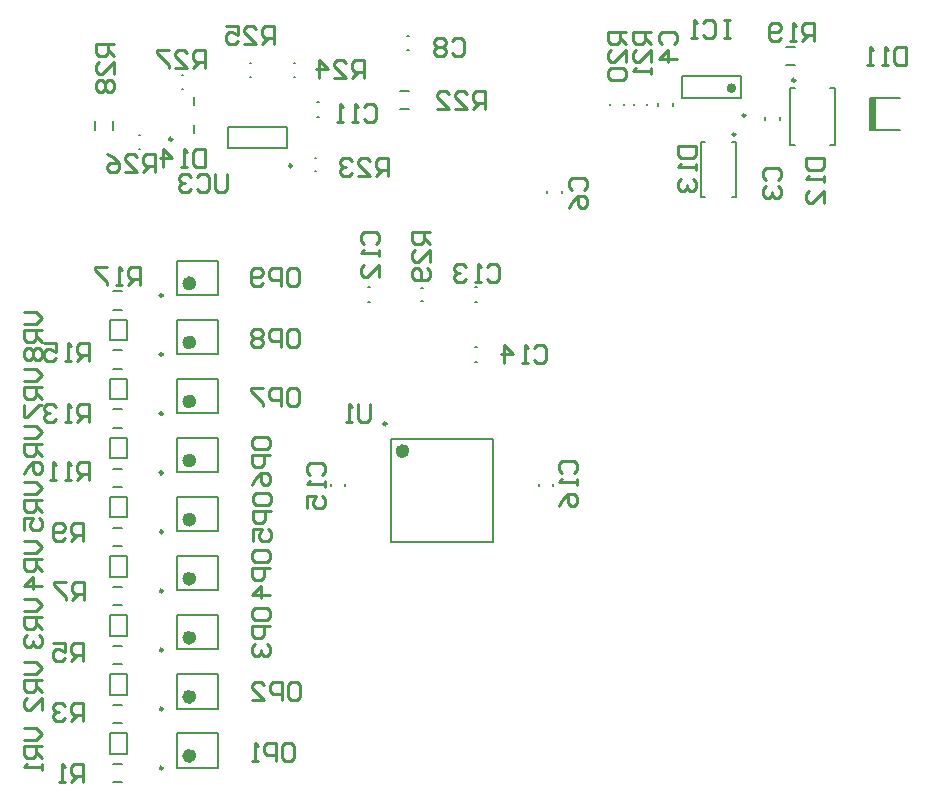
<source format=gbo>
%FSLAX24Y24*%
%MOIN*%
G70*
G01*
G75*
G04 Layer_Color=32896*
%ADD10R,0.0413X0.0571*%
%ADD11O,0.0906X0.0236*%
%ADD12R,0.0571X0.0413*%
%ADD13R,0.0827X0.0846*%
%ADD14R,0.0433X0.0532*%
%ADD15C,0.0197*%
%ADD16C,0.0394*%
%ADD17C,0.0295*%
%ADD18C,0.0591*%
%ADD19C,0.0709*%
%ADD20C,0.1181*%
%ADD21C,0.0669*%
G04:AMPARAMS|DCode=22|XSize=78.7mil|YSize=78.7mil|CornerRadius=19.7mil|HoleSize=0mil|Usage=FLASHONLY|Rotation=270.000|XOffset=0mil|YOffset=0mil|HoleType=Round|Shape=RoundedRectangle|*
%AMROUNDEDRECTD22*
21,1,0.0787,0.0394,0,0,270.0*
21,1,0.0394,0.0787,0,0,270.0*
1,1,0.0394,-0.0197,-0.0197*
1,1,0.0394,-0.0197,0.0197*
1,1,0.0394,0.0197,0.0197*
1,1,0.0394,0.0197,-0.0197*
%
%ADD22ROUNDEDRECTD22*%
%ADD23C,0.0787*%
G04:AMPARAMS|DCode=24|XSize=70.9mil|YSize=70.9mil|CornerRadius=17.7mil|HoleSize=0mil|Usage=FLASHONLY|Rotation=0.000|XOffset=0mil|YOffset=0mil|HoleType=Round|Shape=RoundedRectangle|*
%AMROUNDEDRECTD24*
21,1,0.0709,0.0354,0,0,0.0*
21,1,0.0354,0.0709,0,0,0.0*
1,1,0.0354,0.0177,-0.0177*
1,1,0.0354,-0.0177,-0.0177*
1,1,0.0354,-0.0177,0.0177*
1,1,0.0354,0.0177,0.0177*
%
%ADD24ROUNDEDRECTD24*%
G04:AMPARAMS|DCode=25|XSize=70.9mil|YSize=70.9mil|CornerRadius=17.7mil|HoleSize=0mil|Usage=FLASHONLY|Rotation=270.000|XOffset=0mil|YOffset=0mil|HoleType=Round|Shape=RoundedRectangle|*
%AMROUNDEDRECTD25*
21,1,0.0709,0.0354,0,0,270.0*
21,1,0.0354,0.0709,0,0,270.0*
1,1,0.0354,-0.0177,-0.0177*
1,1,0.0354,-0.0177,0.0177*
1,1,0.0354,0.0177,0.0177*
1,1,0.0354,0.0177,-0.0177*
%
%ADD25ROUNDEDRECTD25*%
%ADD26C,0.0591*%
%ADD27O,0.0787X0.0630*%
%ADD28C,0.0630*%
G04:AMPARAMS|DCode=29|XSize=63mil|YSize=63mil|CornerRadius=15.7mil|HoleSize=0mil|Usage=FLASHONLY|Rotation=180.000|XOffset=0mil|YOffset=0mil|HoleType=Round|Shape=RoundedRectangle|*
%AMROUNDEDRECTD29*
21,1,0.0630,0.0315,0,0,180.0*
21,1,0.0315,0.0630,0,0,180.0*
1,1,0.0315,-0.0157,0.0157*
1,1,0.0315,0.0157,0.0157*
1,1,0.0315,0.0157,-0.0157*
1,1,0.0315,-0.0157,-0.0157*
%
%ADD29ROUNDEDRECTD29*%
%ADD30C,0.0512*%
%ADD31R,0.0512X0.1122*%
%ADD32R,0.0846X0.0827*%
%ADD33R,0.0492X0.0689*%
%ADD34R,0.0236X0.0866*%
%ADD35R,0.0610X0.0787*%
%ADD36R,0.0532X0.0433*%
%ADD37O,0.0217X0.0689*%
%ADD38O,0.0689X0.0217*%
%ADD39R,0.0768X0.0354*%
%ADD40R,0.0413X0.0768*%
%ADD41O,0.0236X0.0866*%
%ADD42R,0.0433X0.0354*%
%ADD43R,0.0689X0.0492*%
%ADD44C,0.0118*%
%ADD45C,0.0236*%
%ADD46C,0.0138*%
%ADD47C,0.0100*%
%ADD48C,0.0098*%
%ADD49C,0.0050*%
%ADD50C,0.0079*%
%ADD51R,0.0493X0.0651*%
%ADD52O,0.0986X0.0316*%
%ADD53R,0.0651X0.0493*%
%ADD54R,0.0907X0.0926*%
%ADD55R,0.0513X0.0612*%
%ADD56C,0.0789*%
%ADD57C,0.1261*%
%ADD58C,0.0749*%
G04:AMPARAMS|DCode=59|XSize=86.7mil|YSize=86.7mil|CornerRadius=23.7mil|HoleSize=0mil|Usage=FLASHONLY|Rotation=270.000|XOffset=0mil|YOffset=0mil|HoleType=Round|Shape=RoundedRectangle|*
%AMROUNDEDRECTD59*
21,1,0.0867,0.0394,0,0,270.0*
21,1,0.0394,0.0867,0,0,270.0*
1,1,0.0474,-0.0197,-0.0197*
1,1,0.0474,-0.0197,0.0197*
1,1,0.0474,0.0197,0.0197*
1,1,0.0474,0.0197,-0.0197*
%
%ADD59ROUNDEDRECTD59*%
%ADD60C,0.0867*%
G04:AMPARAMS|DCode=61|XSize=78.9mil|YSize=78.9mil|CornerRadius=21.7mil|HoleSize=0mil|Usage=FLASHONLY|Rotation=0.000|XOffset=0mil|YOffset=0mil|HoleType=Round|Shape=RoundedRectangle|*
%AMROUNDEDRECTD61*
21,1,0.0789,0.0354,0,0,0.0*
21,1,0.0354,0.0789,0,0,0.0*
1,1,0.0434,0.0177,-0.0177*
1,1,0.0434,-0.0177,-0.0177*
1,1,0.0434,-0.0177,0.0177*
1,1,0.0434,0.0177,0.0177*
%
%ADD61ROUNDEDRECTD61*%
G04:AMPARAMS|DCode=62|XSize=78.9mil|YSize=78.9mil|CornerRadius=21.7mil|HoleSize=0mil|Usage=FLASHONLY|Rotation=270.000|XOffset=0mil|YOffset=0mil|HoleType=Round|Shape=RoundedRectangle|*
%AMROUNDEDRECTD62*
21,1,0.0789,0.0354,0,0,270.0*
21,1,0.0354,0.0789,0,0,270.0*
1,1,0.0434,-0.0177,-0.0177*
1,1,0.0434,-0.0177,0.0177*
1,1,0.0434,0.0177,0.0177*
1,1,0.0434,0.0177,-0.0177*
%
%ADD62ROUNDEDRECTD62*%
%ADD63C,0.0671*%
%ADD64O,0.0867X0.0710*%
%ADD65C,0.0710*%
G04:AMPARAMS|DCode=66|XSize=71mil|YSize=71mil|CornerRadius=19.7mil|HoleSize=0mil|Usage=FLASHONLY|Rotation=180.000|XOffset=0mil|YOffset=0mil|HoleType=Round|Shape=RoundedRectangle|*
%AMROUNDEDRECTD66*
21,1,0.0710,0.0315,0,0,180.0*
21,1,0.0315,0.0710,0,0,180.0*
1,1,0.0395,-0.0157,0.0157*
1,1,0.0395,0.0157,0.0157*
1,1,0.0395,0.0157,-0.0157*
1,1,0.0395,-0.0157,-0.0157*
%
%ADD66ROUNDEDRECTD66*%
%ADD67R,0.0592X0.1202*%
%ADD68R,0.0926X0.0907*%
%ADD69R,0.0572X0.0769*%
%ADD70R,0.0316X0.0946*%
%ADD71R,0.0690X0.0867*%
%ADD72R,0.0612X0.0513*%
%ADD73O,0.0297X0.0769*%
%ADD74O,0.0769X0.0297*%
%ADD75R,0.0848X0.0434*%
%ADD76R,0.0493X0.0848*%
%ADD77O,0.0316X0.0946*%
%ADD78R,0.0513X0.0434*%
%ADD79R,0.0769X0.0572*%
%ADD80C,0.0157*%
%ADD81R,0.0217X0.1043*%
D45*
X23169Y21988D02*
G03*
X23169Y21988I-118J0D01*
G01*
X16063Y27579D02*
G03*
X16063Y27579I-118J0D01*
G01*
Y25610D02*
G03*
X16063Y25610I-118J0D01*
G01*
Y23642D02*
G03*
X16063Y23642I-118J0D01*
G01*
Y21673D02*
G03*
X16063Y21673I-118J0D01*
G01*
Y19705D02*
G03*
X16063Y19705I-118J0D01*
G01*
Y17736D02*
G03*
X16063Y17736I-118J0D01*
G01*
Y15768D02*
G03*
X16063Y15768I-118J0D01*
G01*
Y13799D02*
G03*
X16063Y13799I-118J0D01*
G01*
Y11831D02*
G03*
X16063Y11831I-118J0D01*
G01*
D47*
X10424Y26614D02*
X10824D01*
X11024Y26414D01*
X10824Y26214D01*
X10424D01*
X11024Y26014D02*
X10424D01*
Y25714D01*
X10524Y25615D01*
X10724D01*
X10824Y25714D01*
Y26014D01*
Y25814D02*
X11024Y25615D01*
X10524Y25415D02*
X10424Y25315D01*
Y25115D01*
X10524Y25015D01*
X10624D01*
X10724Y25115D01*
X10824Y25015D01*
X10924D01*
X11024Y25115D01*
Y25315D01*
X10924Y25415D01*
X10824D01*
X10724Y25315D01*
X10624Y25415D01*
X10524D01*
X10724Y25315D02*
Y25115D01*
X10424Y24724D02*
X10824D01*
X11024Y24524D01*
X10824Y24325D01*
X10424D01*
X11024Y24125D02*
X10424D01*
Y23825D01*
X10524Y23725D01*
X10724D01*
X10824Y23825D01*
Y24125D01*
Y23925D02*
X11024Y23725D01*
X10424Y23525D02*
Y23125D01*
X10524D01*
X10924Y23525D01*
X11024D01*
X10424Y22835D02*
X10824D01*
X11024Y22635D01*
X10824Y22435D01*
X10424D01*
X11024Y22235D02*
X10424D01*
Y21935D01*
X10524Y21835D01*
X10724D01*
X10824Y21935D01*
Y22235D01*
Y22035D02*
X11024Y21835D01*
X10424Y21235D02*
X10524Y21435D01*
X10724Y21635D01*
X10924D01*
X11024Y21535D01*
Y21335D01*
X10924Y21235D01*
X10824D01*
X10724Y21335D01*
Y21635D01*
X10424Y20945D02*
X10824D01*
X11024Y20745D01*
X10824Y20545D01*
X10424D01*
X11024Y20345D02*
X10424D01*
Y20045D01*
X10524Y19945D01*
X10724D01*
X10824Y20045D01*
Y20345D01*
Y20145D02*
X11024Y19945D01*
X10424Y19345D02*
Y19745D01*
X10724D01*
X10624Y19545D01*
Y19445D01*
X10724Y19345D01*
X10924D01*
X11024Y19445D01*
Y19645D01*
X10924Y19745D01*
X10424Y18976D02*
X10824D01*
X11024Y18776D01*
X10824Y18577D01*
X10424D01*
X11024Y18377D02*
X10424D01*
Y18077D01*
X10524Y17977D01*
X10724D01*
X10824Y18077D01*
Y18377D01*
Y18177D02*
X11024Y17977D01*
Y17477D02*
X10424D01*
X10724Y17777D01*
Y17377D01*
X10424Y17047D02*
X10824D01*
X11024Y16847D01*
X10824Y16647D01*
X10424D01*
X11024Y16447D02*
X10424D01*
Y16148D01*
X10524Y16048D01*
X10724D01*
X10824Y16148D01*
Y16447D01*
Y16248D02*
X11024Y16048D01*
X10524Y15848D02*
X10424Y15748D01*
Y15548D01*
X10524Y15448D01*
X10624D01*
X10724Y15548D01*
Y15648D01*
Y15548D01*
X10824Y15448D01*
X10924D01*
X11024Y15548D01*
Y15748D01*
X10924Y15848D01*
X10424Y14961D02*
X10824D01*
X11024Y14761D01*
X10824Y14561D01*
X10424D01*
X11024Y14361D02*
X10424D01*
Y14061D01*
X10524Y13961D01*
X10724D01*
X10824Y14061D01*
Y14361D01*
Y14161D02*
X11024Y13961D01*
Y13361D02*
Y13761D01*
X10624Y13361D01*
X10524D01*
X10424Y13461D01*
Y13661D01*
X10524Y13761D01*
X10424Y12756D02*
X10824D01*
X11024Y12556D01*
X10824Y12356D01*
X10424D01*
X11024Y12156D02*
X10424D01*
Y11856D01*
X10524Y11756D01*
X10724D01*
X10824Y11856D01*
Y12156D01*
Y11956D02*
X11024Y11756D01*
Y11556D02*
Y11356D01*
Y11456D01*
X10424D01*
X10524Y11556D01*
X17205Y31230D02*
Y30730D01*
X17105Y30630D01*
X16905D01*
X16805Y30730D01*
Y31230D01*
X16205Y31130D02*
X16305Y31230D01*
X16505D01*
X16605Y31130D01*
Y30730D01*
X16505Y30630D01*
X16305D01*
X16205Y30730D01*
X16005Y31130D02*
X15905Y31230D01*
X15705D01*
X15605Y31130D01*
Y31030D01*
X15705Y30930D01*
X15805D01*
X15705D01*
X15605Y30830D01*
Y30730D01*
X15705Y30630D01*
X15905D01*
X16005Y30730D01*
X21969Y23553D02*
Y23053D01*
X21869Y22953D01*
X21669D01*
X21569Y23053D01*
Y23553D01*
X21369Y22953D02*
X21169D01*
X21269D01*
Y23553D01*
X21369Y23453D01*
X23976Y29291D02*
X23377D01*
Y28991D01*
X23477Y28891D01*
X23676D01*
X23776Y28991D01*
Y29291D01*
Y29091D02*
X23976Y28891D01*
Y28292D02*
Y28692D01*
X23577Y28292D01*
X23477D01*
X23377Y28392D01*
Y28592D01*
X23477Y28692D01*
X23876Y28092D02*
X23976Y27992D01*
Y27792D01*
X23876Y27692D01*
X23477D01*
X23377Y27792D01*
Y27992D01*
X23477Y28092D01*
X23577D01*
X23676Y27992D01*
Y27692D01*
X13425Y35551D02*
X12825D01*
Y35251D01*
X12925Y35151D01*
X13125D01*
X13225Y35251D01*
Y35551D01*
Y35351D02*
X13425Y35151D01*
Y34551D02*
Y34951D01*
X13025Y34551D01*
X12925D01*
X12825Y34651D01*
Y34851D01*
X12925Y34951D01*
Y34352D02*
X12825Y34252D01*
Y34052D01*
X12925Y33952D01*
X13025D01*
X13125Y34052D01*
X13225Y33952D01*
X13325D01*
X13425Y34052D01*
Y34252D01*
X13325Y34352D01*
X13225D01*
X13125Y34252D01*
X13025Y34352D01*
X12925D01*
X13125Y34252D02*
Y34052D01*
X16457Y34764D02*
Y35364D01*
X16157D01*
X16057Y35264D01*
Y35064D01*
X16157Y34964D01*
X16457D01*
X16257D02*
X16057Y34764D01*
X15457D02*
X15857D01*
X15457Y35164D01*
Y35264D01*
X15557Y35364D01*
X15757D01*
X15857Y35264D01*
X15257Y35364D02*
X14857D01*
Y35264D01*
X15257Y34864D01*
Y34764D01*
X14803Y31299D02*
Y31899D01*
X14503D01*
X14403Y31799D01*
Y31599D01*
X14503Y31499D01*
X14803D01*
X14603D02*
X14403Y31299D01*
X13803D02*
X14203D01*
X13803Y31699D01*
Y31799D01*
X13903Y31899D01*
X14103D01*
X14203Y31799D01*
X13204Y31899D02*
X13404Y31799D01*
X13604Y31599D01*
Y31399D01*
X13504Y31299D01*
X13304D01*
X13204Y31399D01*
Y31499D01*
X13304Y31599D01*
X13604D01*
X18780Y35551D02*
Y36151D01*
X18480D01*
X18380Y36051D01*
Y35851D01*
X18480Y35751D01*
X18780D01*
X18580D02*
X18380Y35551D01*
X17780D02*
X18180D01*
X17780Y35951D01*
Y36051D01*
X17880Y36151D01*
X18080D01*
X18180Y36051D01*
X17180Y36151D02*
X17580D01*
Y35851D01*
X17380Y35951D01*
X17280D01*
X17180Y35851D01*
Y35651D01*
X17280Y35551D01*
X17480D01*
X17580Y35651D01*
X21772Y34409D02*
Y35009D01*
X21472D01*
X21372Y34909D01*
Y34709D01*
X21472Y34609D01*
X21772D01*
X21572D02*
X21372Y34409D01*
X20772D02*
X21172D01*
X20772Y34809D01*
Y34909D01*
X20872Y35009D01*
X21072D01*
X21172Y34909D01*
X20272Y34409D02*
Y35009D01*
X20572Y34709D01*
X20172D01*
X22559Y31142D02*
Y31742D01*
X22259D01*
X22159Y31642D01*
Y31442D01*
X22259Y31342D01*
X22559D01*
X22359D02*
X22159Y31142D01*
X21559D02*
X21959D01*
X21559Y31542D01*
Y31642D01*
X21659Y31742D01*
X21859D01*
X21959Y31642D01*
X21359D02*
X21259Y31742D01*
X21060D01*
X20960Y31642D01*
Y31542D01*
X21060Y31442D01*
X21160D01*
X21060D01*
X20960Y31342D01*
Y31242D01*
X21060Y31142D01*
X21259D01*
X21359Y31242D01*
X25787Y33386D02*
Y33986D01*
X25487D01*
X25388Y33886D01*
Y33686D01*
X25487Y33586D01*
X25787D01*
X25587D02*
X25388Y33386D01*
X24788D02*
X25188D01*
X24788Y33786D01*
Y33886D01*
X24888Y33986D01*
X25088D01*
X25188Y33886D01*
X24188Y33386D02*
X24588D01*
X24188Y33786D01*
Y33886D01*
X24288Y33986D01*
X24488D01*
X24588Y33886D01*
X31339Y35945D02*
X30739D01*
Y35645D01*
X30839Y35545D01*
X31039D01*
X31139Y35645D01*
Y35945D01*
Y35745D02*
X31339Y35545D01*
Y34945D02*
Y35345D01*
X30939Y34945D01*
X30839D01*
X30739Y35045D01*
Y35245D01*
X30839Y35345D01*
X31339Y34745D02*
Y34545D01*
Y34645D01*
X30739D01*
X30839Y34745D01*
X30512Y35945D02*
X29912D01*
Y35645D01*
X30012Y35545D01*
X30212D01*
X30312Y35645D01*
Y35945D01*
Y35745D02*
X30512Y35545D01*
Y34945D02*
Y35345D01*
X30112Y34945D01*
X30012D01*
X29912Y35045D01*
Y35245D01*
X30012Y35345D01*
Y34745D02*
X29912Y34645D01*
Y34445D01*
X30012Y34345D01*
X30412D01*
X30512Y34445D01*
Y34645D01*
X30412Y34745D01*
X30012D01*
X36772Y35669D02*
Y36269D01*
X36472D01*
X36372Y36169D01*
Y35969D01*
X36472Y35869D01*
X36772D01*
X36572D02*
X36372Y35669D01*
X36172D02*
X35972D01*
X36072D01*
Y36269D01*
X36172Y36169D01*
X35672Y35769D02*
X35572Y35669D01*
X35372D01*
X35272Y35769D01*
Y36169D01*
X35372Y36269D01*
X35572D01*
X35672Y36169D01*
Y36069D01*
X35572Y35969D01*
X35272D01*
X14291Y27520D02*
Y28119D01*
X13991D01*
X13891Y28020D01*
Y27820D01*
X13991Y27720D01*
X14291D01*
X14091D02*
X13891Y27520D01*
X13692D02*
X13492D01*
X13592D01*
Y28119D01*
X13692Y28020D01*
X13192Y28119D02*
X12792D01*
Y28020D01*
X13192Y27620D01*
Y27520D01*
X12598Y25000D02*
Y25600D01*
X12299D01*
X12199Y25500D01*
Y25300D01*
X12299Y25200D01*
X12598D01*
X12398D02*
X12199Y25000D01*
X11999D02*
X11799D01*
X11899D01*
Y25600D01*
X11999Y25500D01*
X11099Y25600D02*
X11499D01*
Y25300D01*
X11299Y25400D01*
X11199D01*
X11099Y25300D01*
Y25100D01*
X11199Y25000D01*
X11399D01*
X11499Y25100D01*
X12598Y22953D02*
Y23553D01*
X12299D01*
X12199Y23453D01*
Y23253D01*
X12299Y23153D01*
X12598D01*
X12398D02*
X12199Y22953D01*
X11999D02*
X11799D01*
X11899D01*
Y23553D01*
X11999Y23453D01*
X11499D02*
X11399Y23553D01*
X11199D01*
X11099Y23453D01*
Y23353D01*
X11199Y23253D01*
X11299D01*
X11199D01*
X11099Y23153D01*
Y23053D01*
X11199Y22953D01*
X11399D01*
X11499Y23053D01*
X12598Y21024D02*
Y21623D01*
X12299D01*
X12199Y21523D01*
Y21324D01*
X12299Y21224D01*
X12598D01*
X12398D02*
X12199Y21024D01*
X11999D02*
X11799D01*
X11899D01*
Y21623D01*
X11999Y21523D01*
X11499Y21024D02*
X11299D01*
X11399D01*
Y21623D01*
X11499Y21523D01*
X12402Y18976D02*
Y19576D01*
X12102D01*
X12002Y19476D01*
Y19276D01*
X12102Y19176D01*
X12402D01*
X12202D02*
X12002Y18976D01*
X11802Y19076D02*
X11702Y18976D01*
X11502D01*
X11402Y19076D01*
Y19476D01*
X11502Y19576D01*
X11702D01*
X11802Y19476D01*
Y19376D01*
X11702Y19276D01*
X11402D01*
X12441Y17008D02*
Y17608D01*
X12141D01*
X12041Y17508D01*
Y17308D01*
X12141Y17208D01*
X12441D01*
X12241D02*
X12041Y17008D01*
X11841Y17608D02*
X11441D01*
Y17508D01*
X11841Y17108D01*
Y17008D01*
X12402Y15000D02*
Y15600D01*
X12102D01*
X12002Y15500D01*
Y15300D01*
X12102Y15200D01*
X12402D01*
X12202D02*
X12002Y15000D01*
X11402Y15600D02*
X11802D01*
Y15300D01*
X11602Y15400D01*
X11502D01*
X11402Y15300D01*
Y15100D01*
X11502Y15000D01*
X11702D01*
X11802Y15100D01*
X12402Y12992D02*
Y13592D01*
X12102D01*
X12002Y13492D01*
Y13292D01*
X12102Y13192D01*
X12402D01*
X12202D02*
X12002Y12992D01*
X11802Y13492D02*
X11702Y13592D01*
X11502D01*
X11402Y13492D01*
Y13392D01*
X11502Y13292D01*
X11602D01*
X11502D01*
X11402Y13192D01*
Y13092D01*
X11502Y12992D01*
X11702D01*
X11802Y13092D01*
X12402Y10945D02*
Y11545D01*
X12102D01*
X12002Y11445D01*
Y11245D01*
X12102Y11145D01*
X12402D01*
X12202D02*
X12002Y10945D01*
X11802D02*
X11602D01*
X11702D01*
Y11545D01*
X11802Y11445D01*
X19306Y28080D02*
X19506D01*
X19606Y27980D01*
Y27580D01*
X19506Y27480D01*
X19306D01*
X19206Y27580D01*
Y27980D01*
X19306Y28080D01*
X19006Y27480D02*
Y28080D01*
X18707D01*
X18607Y27980D01*
Y27780D01*
X18707Y27680D01*
X19006D01*
X18407Y27580D02*
X18307Y27480D01*
X18107D01*
X18007Y27580D01*
Y27980D01*
X18107Y28080D01*
X18307D01*
X18407Y27980D01*
Y27880D01*
X18307Y27780D01*
X18007D01*
X19306Y26072D02*
X19506D01*
X19606Y25972D01*
Y25572D01*
X19506Y25472D01*
X19306D01*
X19206Y25572D01*
Y25972D01*
X19306Y26072D01*
X19006Y25472D02*
Y26072D01*
X18707D01*
X18607Y25972D01*
Y25772D01*
X18707Y25672D01*
X19006D01*
X18407Y25972D02*
X18307Y26072D01*
X18107D01*
X18007Y25972D01*
Y25872D01*
X18107Y25772D01*
X18007Y25672D01*
Y25572D01*
X18107Y25472D01*
X18307D01*
X18407Y25572D01*
Y25672D01*
X18307Y25772D01*
X18407Y25872D01*
Y25972D01*
X18307Y25772D02*
X18107D01*
X19306Y24104D02*
X19506D01*
X19606Y24004D01*
Y23604D01*
X19506Y23504D01*
X19306D01*
X19206Y23604D01*
Y24004D01*
X19306Y24104D01*
X19006Y23504D02*
Y24104D01*
X18707D01*
X18607Y24004D01*
Y23804D01*
X18707Y23704D01*
X19006D01*
X18407Y24104D02*
X18007D01*
Y24004D01*
X18407Y23604D01*
Y23504D01*
X18044Y22159D02*
Y22359D01*
X18143Y22459D01*
X18543D01*
X18643Y22359D01*
Y22159D01*
X18543Y22059D01*
X18143D01*
X18044Y22159D01*
X18643Y21859D02*
X18044D01*
Y21559D01*
X18143Y21459D01*
X18343D01*
X18443Y21559D01*
Y21859D01*
X18044Y20860D02*
X18143Y21060D01*
X18343Y21259D01*
X18543D01*
X18643Y21159D01*
Y20960D01*
X18543Y20860D01*
X18443D01*
X18343Y20960D01*
Y21259D01*
X18062Y20291D02*
Y20491D01*
X18162Y20591D01*
X18561D01*
X18661Y20491D01*
Y20291D01*
X18561Y20191D01*
X18162D01*
X18062Y20291D01*
X18661Y19991D02*
X18062D01*
Y19691D01*
X18162Y19591D01*
X18362D01*
X18461Y19691D01*
Y19991D01*
X18062Y18991D02*
Y19391D01*
X18362D01*
X18262Y19191D01*
Y19091D01*
X18362Y18991D01*
X18561D01*
X18661Y19091D01*
Y19291D01*
X18561Y19391D01*
X18022Y18401D02*
Y18601D01*
X18122Y18701D01*
X18522D01*
X18622Y18601D01*
Y18401D01*
X18522Y18301D01*
X18122D01*
X18022Y18401D01*
X18622Y18101D02*
X18022D01*
Y17801D01*
X18122Y17701D01*
X18322D01*
X18422Y17801D01*
Y18101D01*
X18622Y17201D02*
X18022D01*
X18322Y17501D01*
Y17101D01*
X18022Y16472D02*
Y16672D01*
X18122Y16772D01*
X18522D01*
X18622Y16672D01*
Y16472D01*
X18522Y16372D01*
X18122D01*
X18022Y16472D01*
X18622Y16172D02*
X18022D01*
Y15872D01*
X18122Y15772D01*
X18322D01*
X18422Y15872D01*
Y16172D01*
X18122Y15572D02*
X18022Y15472D01*
Y15272D01*
X18122Y15172D01*
X18222D01*
X18322Y15272D01*
Y15372D01*
Y15272D01*
X18422Y15172D01*
X18522D01*
X18622Y15272D01*
Y15472D01*
X18522Y15572D01*
X19346Y14301D02*
X19546D01*
X19646Y14201D01*
Y13801D01*
X19546Y13701D01*
X19346D01*
X19246Y13801D01*
Y14201D01*
X19346Y14301D01*
X19046Y13701D02*
Y14301D01*
X18746D01*
X18646Y14201D01*
Y14001D01*
X18746Y13901D01*
X19046D01*
X18046Y13701D02*
X18446D01*
X18046Y14101D01*
Y14201D01*
X18146Y14301D01*
X18346D01*
X18446Y14201D01*
X19149Y12253D02*
X19349D01*
X19449Y12153D01*
Y11754D01*
X19349Y11654D01*
X19149D01*
X19049Y11754D01*
Y12153D01*
X19149Y12253D01*
X18849Y11654D02*
Y12253D01*
X18549D01*
X18449Y12153D01*
Y11953D01*
X18549Y11853D01*
X18849D01*
X18249Y11654D02*
X18049D01*
X18149D01*
Y12253D01*
X18249Y12153D01*
X33976Y36348D02*
X33776D01*
X33876D01*
Y35748D01*
X33976D01*
X33776D01*
X33077Y36248D02*
X33177Y36348D01*
X33377D01*
X33477Y36248D01*
Y35848D01*
X33377Y35748D01*
X33177D01*
X33077Y35848D01*
X32877Y35748D02*
X32677D01*
X32777D01*
Y36348D01*
X32877Y36248D01*
X16457Y32057D02*
Y31457D01*
X16157D01*
X16057Y31557D01*
Y31957D01*
X16157Y32057D01*
X16457D01*
X15857Y31457D02*
X15657D01*
X15757D01*
Y32057D01*
X15857Y31957D01*
X15057Y31457D02*
Y32057D01*
X15357Y31757D01*
X14957D01*
X32235Y32165D02*
X32835D01*
Y31865D01*
X32735Y31765D01*
X32335D01*
X32235Y31865D01*
Y32165D01*
X32835Y31566D02*
Y31366D01*
Y31466D01*
X32235D01*
X32335Y31566D01*
Y31066D02*
X32235Y30966D01*
Y30766D01*
X32335Y30666D01*
X32435D01*
X32535Y30766D01*
Y30866D01*
Y30766D01*
X32635Y30666D01*
X32735D01*
X32835Y30766D01*
Y30966D01*
X32735Y31066D01*
X36487Y31772D02*
X37087D01*
Y31472D01*
X36987Y31372D01*
X36587D01*
X36487Y31472D01*
Y31772D01*
X37087Y31172D02*
Y30972D01*
Y31072D01*
X36487D01*
X36587Y31172D01*
X37087Y30272D02*
Y30672D01*
X36687Y30272D01*
X36587D01*
X36487Y30372D01*
Y30572D01*
X36587Y30672D01*
X39843Y35442D02*
Y34843D01*
X39543D01*
X39443Y34942D01*
Y35342D01*
X39543Y35442D01*
X39843D01*
X39243Y34843D02*
X39043D01*
X39143D01*
Y35442D01*
X39243Y35342D01*
X38743Y34843D02*
X38543D01*
X38643D01*
Y35442D01*
X38743Y35342D01*
X28358Y21254D02*
X28258Y21354D01*
Y21554D01*
X28358Y21654D01*
X28758D01*
X28858Y21554D01*
Y21354D01*
X28758Y21254D01*
X28858Y21054D02*
Y20854D01*
Y20954D01*
X28258D01*
X28358Y21054D01*
X28258Y20154D02*
X28358Y20354D01*
X28558Y20554D01*
X28758D01*
X28858Y20454D01*
Y20254D01*
X28758Y20154D01*
X28658D01*
X28558Y20254D01*
Y20554D01*
X19973Y21175D02*
X19873Y21275D01*
Y21475D01*
X19973Y21575D01*
X20372D01*
X20472Y21475D01*
Y21275D01*
X20372Y21175D01*
X20472Y20975D02*
Y20775D01*
Y20875D01*
X19873D01*
X19973Y20975D01*
X19873Y20075D02*
Y20475D01*
X20173D01*
X20073Y20275D01*
Y20175D01*
X20173Y20075D01*
X20372D01*
X20472Y20175D01*
Y20375D01*
X20372Y20475D01*
X27435Y25421D02*
X27535Y25521D01*
X27735D01*
X27835Y25421D01*
Y25021D01*
X27735Y24921D01*
X27535D01*
X27435Y25021D01*
X27235Y24921D02*
X27035D01*
X27135D01*
Y25521D01*
X27235Y25421D01*
X26435Y24921D02*
Y25521D01*
X26735Y25221D01*
X26335D01*
X25860Y28138D02*
X25960Y28238D01*
X26160D01*
X26260Y28138D01*
Y27738D01*
X26160Y27638D01*
X25960D01*
X25860Y27738D01*
X25660Y27638D02*
X25460D01*
X25560D01*
Y28238D01*
X25660Y28138D01*
X25160D02*
X25060Y28238D01*
X24860D01*
X24760Y28138D01*
Y28038D01*
X24860Y27938D01*
X24960D01*
X24860D01*
X24760Y27838D01*
Y27738D01*
X24860Y27638D01*
X25060D01*
X25160Y27738D01*
X21784Y28891D02*
X21684Y28991D01*
Y29191D01*
X21784Y29291D01*
X22183D01*
X22283Y29191D01*
Y28991D01*
X22183Y28891D01*
X22283Y28692D02*
Y28492D01*
Y28592D01*
X21684D01*
X21784Y28692D01*
X22283Y27792D02*
Y28192D01*
X21884Y27792D01*
X21784D01*
X21684Y27892D01*
Y28092D01*
X21784Y28192D01*
X21765Y33453D02*
X21865Y33553D01*
X22065D01*
X22165Y33453D01*
Y33053D01*
X22065Y32953D01*
X21865D01*
X21765Y33053D01*
X21566Y32953D02*
X21366D01*
X21466D01*
Y33553D01*
X21566Y33453D01*
X21066Y32953D02*
X20866D01*
X20966D01*
Y33553D01*
X21066Y33453D01*
X24718Y35657D02*
X24818Y35757D01*
X25018D01*
X25118Y35657D01*
Y35257D01*
X25018Y35157D01*
X24818D01*
X24718Y35257D01*
X24518Y35657D02*
X24418Y35757D01*
X24218D01*
X24118Y35657D01*
Y35557D01*
X24218Y35457D01*
X24118Y35357D01*
Y35257D01*
X24218Y35157D01*
X24418D01*
X24518Y35257D01*
Y35357D01*
X24418Y35457D01*
X24518Y35557D01*
Y35657D01*
X24418Y35457D02*
X24218D01*
X28713Y30702D02*
X28613Y30802D01*
Y31002D01*
X28713Y31102D01*
X29113D01*
X29213Y31002D01*
Y30802D01*
X29113Y30702D01*
X28613Y30103D02*
X28713Y30303D01*
X28913Y30503D01*
X29113D01*
X29213Y30403D01*
Y30203D01*
X29113Y30103D01*
X29013D01*
X28913Y30203D01*
Y30503D01*
X31705Y35545D02*
X31605Y35645D01*
Y35845D01*
X31705Y35945D01*
X32105D01*
X32205Y35845D01*
Y35645D01*
X32105Y35545D01*
X32205Y35045D02*
X31605D01*
X31905Y35345D01*
Y34945D01*
X35169Y31017D02*
X35069Y31117D01*
Y31317D01*
X35169Y31417D01*
X35569D01*
X35669Y31317D01*
Y31117D01*
X35569Y31017D01*
X35169Y30818D02*
X35069Y30718D01*
Y30518D01*
X35169Y30418D01*
X35269D01*
X35369Y30518D01*
Y30618D01*
Y30518D01*
X35469Y30418D01*
X35569D01*
X35669Y30518D01*
Y30718D01*
X35569Y30818D01*
D48*
X36142Y34350D02*
G03*
X36142Y34350I-49J0D01*
G01*
X34480Y33179D02*
G03*
X34480Y33179I-49J0D01*
G01*
X34154Y32539D02*
G03*
X34154Y32539I-49J0D01*
G01*
X22520Y22894D02*
G03*
X22520Y22894I-49J0D01*
G01*
X15059Y27171D02*
G03*
X15059Y27171I-49J0D01*
G01*
Y25203D02*
G03*
X15059Y25203I-49J0D01*
G01*
Y23234D02*
G03*
X15059Y23234I-49J0D01*
G01*
Y21266D02*
G03*
X15059Y21266I-49J0D01*
G01*
Y19297D02*
G03*
X15059Y19297I-49J0D01*
G01*
Y17329D02*
G03*
X15059Y17329I-49J0D01*
G01*
Y15360D02*
G03*
X15059Y15360I-49J0D01*
G01*
Y13392D02*
G03*
X15059Y13392I-49J0D01*
G01*
Y11423D02*
G03*
X15059Y11423I-49J0D01*
G01*
X19362Y31496D02*
G03*
X19362Y31496I-49J0D01*
G01*
X15374Y32382D02*
G03*
X15374Y32382I-49J0D01*
G01*
D50*
X38622Y33750D02*
X39646D01*
X38622Y32707D02*
X39646D01*
X38622D02*
Y33750D01*
X37313Y32205D02*
X37480D01*
X37313Y34094D02*
X37480D01*
X35984Y32205D02*
X36152D01*
X35984Y34094D02*
X36152D01*
X37480Y32205D02*
Y34094D01*
X35984Y32205D02*
Y34094D01*
X35827Y34852D02*
X36142D01*
X35827Y35463D02*
X36142D01*
X32362Y33770D02*
Y34498D01*
X34331Y33770D02*
Y34498D01*
X32362D02*
X34331D01*
X32362Y33770D02*
X34331D01*
X35640Y33031D02*
Y33110D01*
X35148Y33031D02*
Y33110D01*
X33012Y32283D02*
X33120D01*
X33012Y30472D02*
X33120D01*
X34045Y32283D02*
X34154D01*
X34045Y30472D02*
X34154D01*
X33012D02*
Y32283D01*
X34154Y30472D02*
Y32283D01*
X32057Y33504D02*
Y33583D01*
X31565Y33504D02*
Y33583D01*
X31211Y33524D02*
Y33563D01*
X30758Y33524D02*
Y33563D01*
X29970Y33524D02*
Y33563D01*
X30423Y33524D02*
Y33563D01*
X28356Y30591D02*
Y30669D01*
X27864Y30591D02*
Y30669D01*
X28081Y20827D02*
Y20906D01*
X27589Y20827D02*
Y20906D01*
X20659Y20827D02*
Y20906D01*
X21152Y20827D02*
Y20906D01*
X25472Y25443D02*
X25551D01*
X25472Y24951D02*
X25551D01*
X25472Y27451D02*
X25551D01*
X25472Y26959D02*
X25551D01*
X23681Y26978D02*
X23720D01*
X23681Y27431D02*
X23720D01*
X21890Y26959D02*
X21969D01*
X21890Y27451D02*
X21969D01*
X22657Y22382D02*
X26083D01*
X22657Y18957D02*
X26083D01*
X22657D02*
Y22382D01*
X26083Y18957D02*
Y22382D01*
X15551Y28327D02*
X16890D01*
X15551Y27185D02*
X16890D01*
Y28327D01*
X15551Y27185D02*
Y28327D01*
Y26358D02*
X16890D01*
X15551Y25217D02*
X16890D01*
Y26358D01*
X15551Y25217D02*
Y26358D01*
Y24390D02*
X16890D01*
X15551Y23248D02*
X16890D01*
Y24390D01*
X15551Y23248D02*
Y24390D01*
Y22421D02*
X16890D01*
X15551Y21280D02*
X16890D01*
Y22421D01*
X15551Y21280D02*
Y22421D01*
Y20453D02*
X16890D01*
X15551Y19311D02*
X16890D01*
Y20453D01*
X15551Y19311D02*
Y20453D01*
Y18484D02*
X16890D01*
X15551Y17343D02*
X16890D01*
Y18484D01*
X15551Y17343D02*
Y18484D01*
Y16516D02*
X16890D01*
X15551Y15374D02*
X16890D01*
Y16516D01*
X15551Y15374D02*
Y16516D01*
Y14547D02*
X16890D01*
X15551Y13406D02*
X16890D01*
Y14547D01*
X15551Y13406D02*
Y14547D01*
Y12579D02*
X16890D01*
X15551Y11437D02*
X16890D01*
Y12579D01*
X15551Y11437D02*
Y12579D01*
X13386Y10955D02*
X13701D01*
X13386Y11565D02*
X13701D01*
X13307Y12589D02*
X13858D01*
X13307Y11900D02*
X13858D01*
Y12589D01*
X13307Y11900D02*
Y12589D01*
X13386Y12923D02*
X13701D01*
X13386Y13533D02*
X13701D01*
X13307Y14557D02*
X13858D01*
X13307Y13868D02*
X13858D01*
Y14557D01*
X13307Y13868D02*
Y14557D01*
X13386Y14892D02*
X13701D01*
X13386Y15502D02*
X13701D01*
X13307Y16526D02*
X13858D01*
X13307Y15837D02*
X13858D01*
Y16526D01*
X13307Y15837D02*
Y16526D01*
X13386Y16860D02*
X13701D01*
X13386Y17470D02*
X13701D01*
X13307Y18494D02*
X13858D01*
X13307Y17805D02*
X13858D01*
Y18494D01*
X13307Y17805D02*
Y18494D01*
X13386Y18829D02*
X13701D01*
X13386Y19439D02*
X13701D01*
X13307Y20463D02*
X13858D01*
X13307Y19774D02*
X13858D01*
Y20463D01*
X13307Y19774D02*
Y20463D01*
X13386Y20797D02*
X13701D01*
X13386Y21407D02*
X13701D01*
X13307Y22431D02*
X13858D01*
X13307Y21742D02*
X13858D01*
Y22431D01*
X13307Y21742D02*
Y22431D01*
X13386Y22766D02*
X13701D01*
X13386Y23376D02*
X13701D01*
X13307Y24400D02*
X13858D01*
X13307Y23711D02*
X13858D01*
Y24400D01*
X13307Y23711D02*
Y24400D01*
X13386Y24734D02*
X13701D01*
X13386Y25344D02*
X13701D01*
X13307Y26368D02*
X13858D01*
X13307Y25679D02*
X13858D01*
Y26368D01*
X13307Y25679D02*
Y26368D01*
X13386Y26703D02*
X13701D01*
X13386Y27313D02*
X13701D01*
X17244Y32087D02*
Y32795D01*
X19213Y32087D02*
Y32795D01*
X17244D02*
X19213D01*
X17244Y32087D02*
X19213D01*
X20138Y31762D02*
X20177D01*
X20138Y31309D02*
X20177D01*
X15689Y34065D02*
X15728D01*
X15689Y34518D02*
X15728D01*
X16102Y32598D02*
Y32854D01*
Y33524D02*
Y33780D01*
X14272Y32057D02*
X14311D01*
X14272Y32510D02*
X14311D01*
X13415Y32677D02*
Y32992D01*
X12805Y32677D02*
Y32992D01*
X23189Y35837D02*
X23268D01*
X23189Y35344D02*
X23268D01*
X22953Y33396D02*
X23268D01*
X22953Y34006D02*
X23268D01*
X20197Y33140D02*
X20276D01*
X20197Y33632D02*
X20276D01*
X19429Y34459D02*
X19468D01*
X19429Y34911D02*
X19468D01*
X17972D02*
X18012D01*
X17972Y34459D02*
X18012D01*
D80*
X34094Y34085D02*
G03*
X34094Y34085I-79J0D01*
G01*
D81*
X38730Y33228D02*
D03*
M02*

</source>
